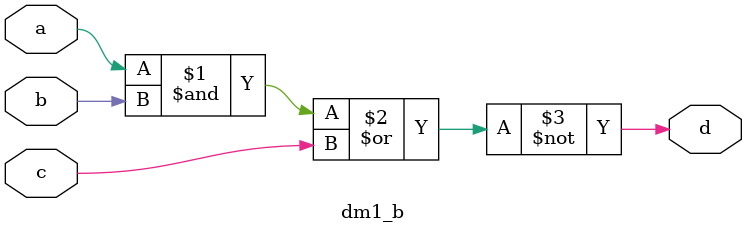
<source format=v>
`timescale 1ns / 1ps

module dm1_b(
    input a, b, c,
    output d
    );

    assign d = ~((a&b)|c);

endmodule
</source>
